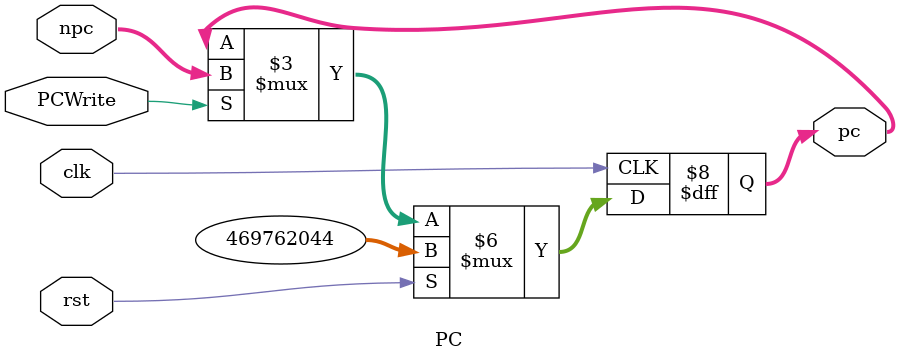
<source format=v>
`timescale 1ns / 1ps


module PC(
    input                       clk,
    input                       rst,
    input                       PCWrite,
    input           [31: 0]     npc,
    output reg      [31: 0]     pc
);
    always @(posedge clk) begin
        if(rst)
            pc <= 32'h1bfffffc;
        else if(PCWrite)
            pc <= npc;
        else
            pc <= pc;
    end

endmodule

</source>
